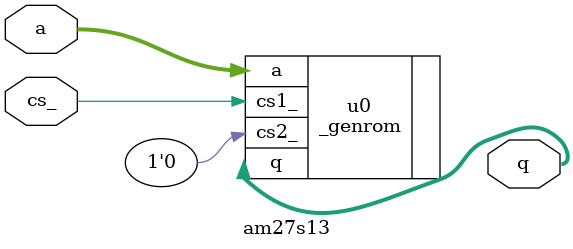
<source format=v>

`include "_genrom.v"

module am27s13(a, q, cs_);
parameter WIDTH=4;
parameter HEIGHT=9;
parameter INITH="";
parameter INITB="";

input [HEIGHT-1:0] a;
output [WIDTH-1:0] q;
input cs_;

_genrom #(.WIDTH(WIDTH),.HEIGHT(HEIGHT), .INITH(INITH), .INITB(INITB))
u0(
	.a(a), .q(q), .cs1_(cs_), .cs2_(1'b0)
);

endmodule

</source>
